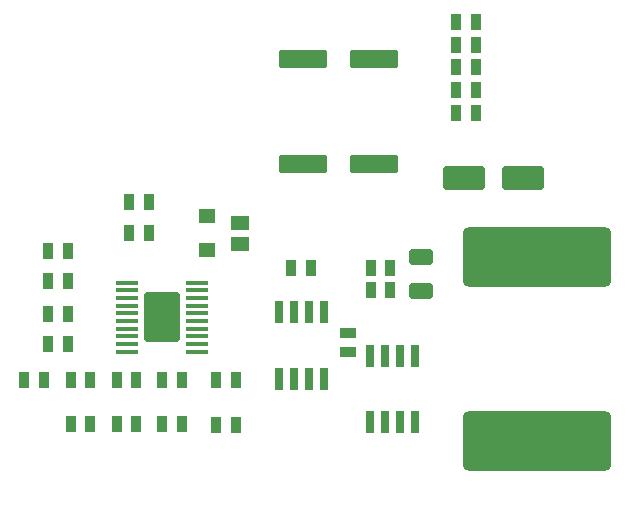
<source format=gtp>
G04*
G04 #@! TF.GenerationSoftware,Altium Limited,Altium Designer,21.2.2 (38)*
G04*
G04 Layer_Color=8421504*
%FSLAX25Y25*%
%MOIN*%
G70*
G04*
G04 #@! TF.SameCoordinates,00D53E6D-1767-4AB5-8D76-124CC48DB5B8*
G04*
G04*
G04 #@! TF.FilePolarity,Positive*
G04*
G01*
G75*
%ADD15R,0.05512X0.05118*%
G04:AMPARAMS|DCode=16|XSize=62.99mil|YSize=157.48mil|CornerRadius=4.72mil|HoleSize=0mil|Usage=FLASHONLY|Rotation=270.000|XOffset=0mil|YOffset=0mil|HoleType=Round|Shape=RoundedRectangle|*
%AMROUNDEDRECTD16*
21,1,0.06299,0.14803,0,0,270.0*
21,1,0.05354,0.15748,0,0,270.0*
1,1,0.00945,-0.07402,-0.02677*
1,1,0.00945,-0.07402,0.02677*
1,1,0.00945,0.07402,0.02677*
1,1,0.00945,0.07402,-0.02677*
%
%ADD16ROUNDEDRECTD16*%
G04:AMPARAMS|DCode=17|XSize=55.12mil|YSize=35.43mil|CornerRadius=2.66mil|HoleSize=0mil|Usage=FLASHONLY|Rotation=90.000|XOffset=0mil|YOffset=0mil|HoleType=Round|Shape=RoundedRectangle|*
%AMROUNDEDRECTD17*
21,1,0.05512,0.03012,0,0,90.0*
21,1,0.04980,0.03543,0,0,90.0*
1,1,0.00532,0.01506,0.02490*
1,1,0.00532,0.01506,-0.02490*
1,1,0.00532,-0.01506,-0.02490*
1,1,0.00532,-0.01506,0.02490*
%
%ADD17ROUNDEDRECTD17*%
G04:AMPARAMS|DCode=18|XSize=55.12mil|YSize=35.43mil|CornerRadius=2.66mil|HoleSize=0mil|Usage=FLASHONLY|Rotation=180.000|XOffset=0mil|YOffset=0mil|HoleType=Round|Shape=RoundedRectangle|*
%AMROUNDEDRECTD18*
21,1,0.05512,0.03012,0,0,180.0*
21,1,0.04980,0.03543,0,0,180.0*
1,1,0.00532,-0.02490,0.01506*
1,1,0.00532,0.02490,0.01506*
1,1,0.00532,0.02490,-0.01506*
1,1,0.00532,-0.02490,-0.01506*
%
%ADD18ROUNDEDRECTD18*%
G04:AMPARAMS|DCode=19|XSize=74.8mil|YSize=14.17mil|CornerRadius=1.06mil|HoleSize=0mil|Usage=FLASHONLY|Rotation=0.000|XOffset=0mil|YOffset=0mil|HoleType=Round|Shape=RoundedRectangle|*
%AMROUNDEDRECTD19*
21,1,0.07480,0.01205,0,0,0.0*
21,1,0.07268,0.01417,0,0,0.0*
1,1,0.00213,0.03634,-0.00602*
1,1,0.00213,-0.03634,-0.00602*
1,1,0.00213,-0.03634,0.00602*
1,1,0.00213,0.03634,0.00602*
%
%ADD19ROUNDEDRECTD19*%
G04:AMPARAMS|DCode=20|XSize=14.17mil|YSize=74.8mil|CornerRadius=1.06mil|HoleSize=0mil|Usage=FLASHONLY|Rotation=90.000|XOffset=0mil|YOffset=0mil|HoleType=Round|Shape=RoundedRectangle|*
%AMROUNDEDRECTD20*
21,1,0.01417,0.07268,0,0,90.0*
21,1,0.01205,0.07480,0,0,90.0*
1,1,0.00213,0.03634,0.00602*
1,1,0.00213,0.03634,-0.00602*
1,1,0.00213,-0.03634,-0.00602*
1,1,0.00213,-0.03634,0.00602*
%
%ADD20ROUNDEDRECTD20*%
G04:AMPARAMS|DCode=21|XSize=165.35mil|YSize=118.11mil|CornerRadius=8.86mil|HoleSize=0mil|Usage=FLASHONLY|Rotation=90.000|XOffset=0mil|YOffset=0mil|HoleType=Round|Shape=RoundedRectangle|*
%AMROUNDEDRECTD21*
21,1,0.16535,0.10039,0,0,90.0*
21,1,0.14764,0.11811,0,0,90.0*
1,1,0.01772,0.05020,0.07382*
1,1,0.01772,0.05020,-0.07382*
1,1,0.01772,-0.05020,-0.07382*
1,1,0.01772,-0.05020,0.07382*
%
%ADD21ROUNDEDRECTD21*%
G04:AMPARAMS|DCode=22|XSize=78.74mil|YSize=51.18mil|CornerRadius=5.12mil|HoleSize=0mil|Usage=FLASHONLY|Rotation=0.000|XOffset=0mil|YOffset=0mil|HoleType=Round|Shape=RoundedRectangle|*
%AMROUNDEDRECTD22*
21,1,0.07874,0.04095,0,0,0.0*
21,1,0.06850,0.05118,0,0,0.0*
1,1,0.01024,0.03425,-0.02047*
1,1,0.01024,-0.03425,-0.02047*
1,1,0.01024,-0.03425,0.02047*
1,1,0.01024,0.03425,0.02047*
%
%ADD22ROUNDEDRECTD22*%
G04:AMPARAMS|DCode=23|XSize=28.35mil|YSize=74.8mil|CornerRadius=2.13mil|HoleSize=0mil|Usage=FLASHONLY|Rotation=0.000|XOffset=0mil|YOffset=0mil|HoleType=Round|Shape=RoundedRectangle|*
%AMROUNDEDRECTD23*
21,1,0.02835,0.07055,0,0,0.0*
21,1,0.02410,0.07480,0,0,0.0*
1,1,0.00425,0.01205,-0.03528*
1,1,0.00425,-0.01205,-0.03528*
1,1,0.00425,-0.01205,0.03528*
1,1,0.00425,0.01205,0.03528*
%
%ADD23ROUNDEDRECTD23*%
G04:AMPARAMS|DCode=24|XSize=196.85mil|YSize=492.13mil|CornerRadius=14.76mil|HoleSize=0mil|Usage=FLASHONLY|Rotation=270.000|XOffset=0mil|YOffset=0mil|HoleType=Round|Shape=RoundedRectangle|*
%AMROUNDEDRECTD24*
21,1,0.19685,0.46260,0,0,270.0*
21,1,0.16732,0.49213,0,0,270.0*
1,1,0.02953,-0.23130,-0.08366*
1,1,0.02953,-0.23130,0.08366*
1,1,0.02953,0.23130,0.08366*
1,1,0.02953,0.23130,-0.08366*
%
%ADD24ROUNDEDRECTD24*%
%ADD25R,0.05512X0.05118*%
G04:AMPARAMS|DCode=26|XSize=78.74mil|YSize=137.8mil|CornerRadius=5.91mil|HoleSize=0mil|Usage=FLASHONLY|Rotation=90.000|XOffset=0mil|YOffset=0mil|HoleType=Round|Shape=RoundedRectangle|*
%AMROUNDEDRECTD26*
21,1,0.07874,0.12598,0,0,90.0*
21,1,0.06693,0.13780,0,0,90.0*
1,1,0.01181,0.06299,0.03347*
1,1,0.01181,0.06299,-0.03347*
1,1,0.01181,-0.06299,-0.03347*
1,1,0.01181,-0.06299,0.03347*
%
%ADD26ROUNDEDRECTD26*%
G04:AMPARAMS|DCode=27|XSize=49.21mil|YSize=62.99mil|CornerRadius=4.92mil|HoleSize=0mil|Usage=FLASHONLY|Rotation=90.000|XOffset=0mil|YOffset=0mil|HoleType=Round|Shape=RoundedRectangle|*
%AMROUNDEDRECTD27*
21,1,0.04921,0.05315,0,0,90.0*
21,1,0.03937,0.06299,0,0,90.0*
1,1,0.00984,0.02657,0.01968*
1,1,0.00984,0.02657,-0.01968*
1,1,0.00984,-0.02657,-0.01968*
1,1,0.00984,-0.02657,0.01968*
%
%ADD27ROUNDEDRECTD27*%
D15*
X433500Y418210D02*
D03*
Y406793D02*
D03*
D16*
X489409Y435542D02*
D03*
X465590D02*
D03*
X489409Y470614D02*
D03*
X465590D02*
D03*
D17*
X494748Y401000D02*
D03*
X488252D02*
D03*
X494748Y393500D02*
D03*
X488252D02*
D03*
X443248Y363400D02*
D03*
X436752D02*
D03*
X394623Y349000D02*
D03*
X388127D02*
D03*
X425248D02*
D03*
X418752D02*
D03*
X443248Y348500D02*
D03*
X436752D02*
D03*
X379248Y363400D02*
D03*
X372752D02*
D03*
X409998Y349000D02*
D03*
X403502D02*
D03*
X387248Y396500D02*
D03*
X380752D02*
D03*
Y406434D02*
D03*
X387248D02*
D03*
X516752Y483000D02*
D03*
X523248D02*
D03*
X516752Y475375D02*
D03*
X523248D02*
D03*
X516752Y467750D02*
D03*
X523248D02*
D03*
X516752Y460125D02*
D03*
X523248D02*
D03*
X516752Y452500D02*
D03*
X523248D02*
D03*
X461752Y401000D02*
D03*
X468248D02*
D03*
X418752Y363400D02*
D03*
X425248D02*
D03*
X407752Y423000D02*
D03*
X414248D02*
D03*
X380752Y375700D02*
D03*
X387248D02*
D03*
X380752Y385500D02*
D03*
X387248D02*
D03*
X409998Y363400D02*
D03*
X403502D02*
D03*
X388127D02*
D03*
X394623D02*
D03*
X407752Y412500D02*
D03*
X414248D02*
D03*
D18*
X480500Y372752D02*
D03*
Y379248D02*
D03*
D19*
X406807Y390898D02*
D03*
Y393457D02*
D03*
Y396016D02*
D03*
D20*
X430193D02*
D03*
Y393457D02*
D03*
Y390898D02*
D03*
Y388339D02*
D03*
Y385780D02*
D03*
Y383221D02*
D03*
Y380661D02*
D03*
Y378102D02*
D03*
Y375543D02*
D03*
Y372984D02*
D03*
X406807D02*
D03*
Y375543D02*
D03*
Y378102D02*
D03*
Y380661D02*
D03*
Y383221D02*
D03*
Y385780D02*
D03*
Y388339D02*
D03*
D21*
X418500Y384500D02*
D03*
D22*
X505000Y404709D02*
D03*
Y393291D02*
D03*
D23*
X487918Y349386D02*
D03*
X492918D02*
D03*
X497918D02*
D03*
X502918D02*
D03*
X487918Y371630D02*
D03*
X492918D02*
D03*
X497918D02*
D03*
X502918D02*
D03*
X472582Y386114D02*
D03*
X467582D02*
D03*
X462582D02*
D03*
X457582D02*
D03*
X472582Y363870D02*
D03*
X467582D02*
D03*
X462582D02*
D03*
X457582D02*
D03*
D24*
X543698Y343102D02*
D03*
Y404716D02*
D03*
D25*
X433500Y418209D02*
D03*
Y406791D02*
D03*
D26*
X519158Y431002D02*
D03*
X538842D02*
D03*
D27*
X444500Y416024D02*
D03*
Y408976D02*
D03*
M02*

</source>
